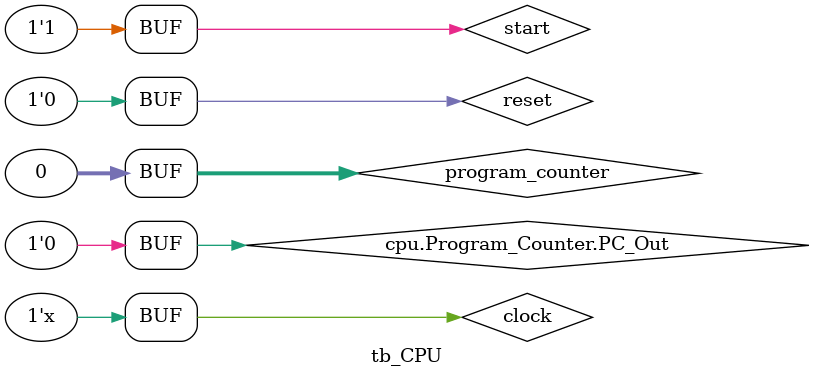
<source format=v>


`timescale 1ns / 1ps
/** @module : CPU
 *  @author : Albert Bitdiddle
 *  CPU Module Testbed 
 *  Adaptive and Secure Computing Systems (ASCS) Laboratory
 */


module tb_CPU (); 
reg clock, reset, start; 
reg [31:0] program_counter;  


CPU cpu (
    .clock(clock), 
    .reset(reset), 
    .start(start), 
    .program_counter(program_counter)
);     

    // In phase I, we are not implementing the instruction memory. Therefore, we manually the instruction, the register
    // in the CPU.v It is implemented as a register right now, but you will eventually want to change it to a wire and 
    // drive it from instruction memory.

    // Clock generator
    always #1 clock = ~clock;

    initial begin
        clock = 0;
        reset = 1;
        start = 0;
			program_counter = 0;
        // Right now the regfile is empty. You can manually set the values in the regfile with something like:

		  cpu.registers.regfile[1] = 7;
		  cpu.registers.regfile[2] = 5;
		  cpu.registers.regfile[5] = 5;
		  cpu.registers.regfile[8] = 3;
		  
		  cpu.Program_Counter.PC_Out = 32'b0;
		  //cpu.registers.write <= 1;
        // This will allow you to test your ALU and register file before the processor is complete. 

        #10 reset = 0;
            start = 1;

			
			
        // After 10 nanoseconds, lets set the regfile_read_sel_1 to 1, regfile_read_sel_2 to 2, AND those values,
        // and write the result to register 3.
       // #10 cpu.instruction = 32'b00000000011000010001000000000000; // AND regs 1 and 2, put result in 3 
        //#10 cpu.instruction = 32'b00000000100000010001100000000001; // OR regs 1 and 3, put result in 4 
       // #10 cpu.instruction = 32'b00000000101000010010000000000010; // ADD regs 1 and 4, put result in 5

			//cpu.MemRead = 1;	
			//#10 cpu.MemWrite = 1;
			//#10 cpu.MemWrite = 0;

        // If you set the values of those  registers 1 and 2 to something other than 0, you should see some result in
        // register 3.

     end
     
endmodule


</source>
